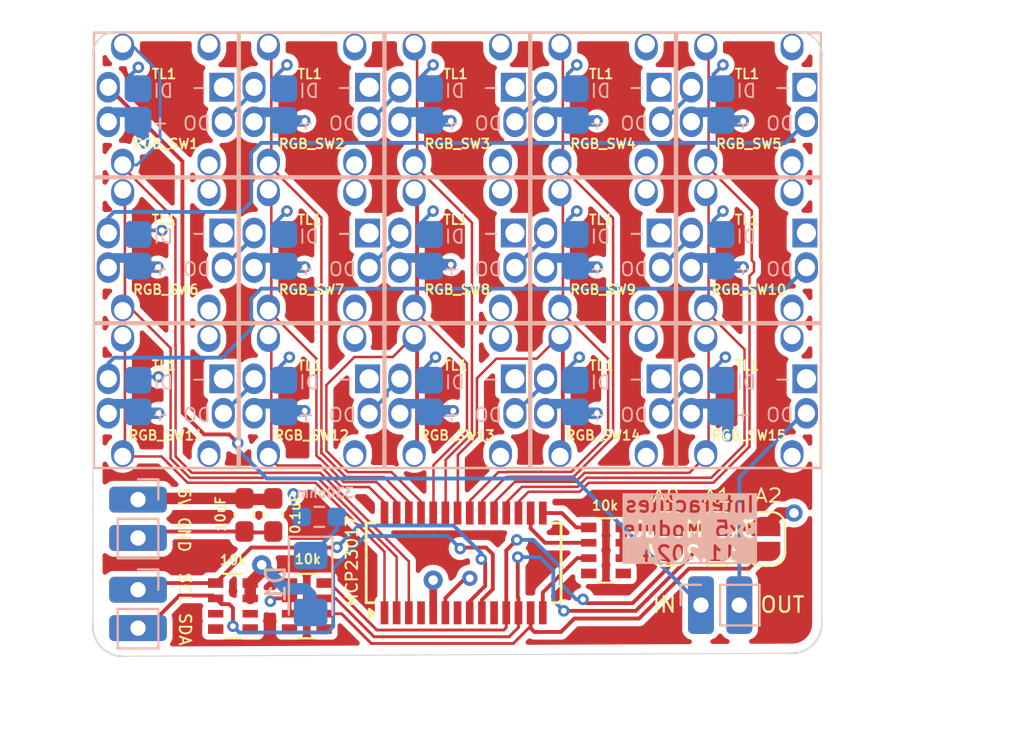
<source format=kicad_pcb>
(kicad_pcb (version 20240108) (generator "pcbnew") (generator_version "8.0")
  (layers (0 "F.Cu" signal) (1 "In1.Cu" power) (2 "In2.Cu" power) (31 "B.Cu" signal) (34 "B.Paste" user) (35 "F.Paste" user) (36 "B.SilkS" user "B.Silkscreen") (37 "F.SilkS" user "F.Silkscreen") (38 "B.Mask" user) (39 "F.Mask" user) (44 "Edge.Cuts" user))
  (net 0 "")
  (net 1 "+5V")
  (net 2 "Net-(D1-Pad1)")
  (net 3 "GND")
  (net 4 "SW2")
  (net 5 "SW5")
  (net 6 "SW8")
  (net 7 "SW10")
  (net 8 "SW9")
  (net 9 "SW15")
  (net 10 "SW12")
  (net 11 "SW11")
  (net 12 "SW1")
  (net 13 "SW6")
  (net 14 "SW4")
  (net 15 "SW3")
  (net 16 "SW14")
  (net 17 "SW13")
  (net 18 "SW7")
  (net 19 "LED_OUT")
  (net 20 "LED_IN")
  (net 21 "Net-(RGB_SW2-DIN)")
  (net 22 "Net-(RGB_SW3-DIN)")
  (net 23 "Net-(RGB_SW10-DIN)")
  (net 24 "Net-(RGB_SW4-DIN)")
  (net 25 "Net-(RGB_SW5-DIN)")
  (net 26 "Net-(RGB_SW6-DIN)")
  (net 27 "Net-(RGB_SW11-DIN)")
  (net 28 "Net-(RGB_SW8-DIN)")
  (net 29 "Net-(RGB_SW7-DIN)")
  (net 30 "Net-(RGB_SW9-DIN)")
  (net 31 "Net-(RGB_SW12-DIN)")
  (net 32 "Net-(RGB_SW13-DIN)")
  (net 33 "Net-(RGB_SW14-DIN)")
  (net 34 "Net-(RGB_SW15-DIN)")
  (net 35 "SDA")
  (net 36 "SCL")
  (net 44 "Net-(JP2-A)")
  (net 45 "Net-(JP1-A)")
  (net 46 "Net-(JP3-A)")
  (net 47 "Net-(RN2-R1.1)")
  (net 48 "Net-(RN2-R2.1)")
  (net 49 "Net-(RN2-R3.1)")
  (footprint "Resistor_SMD:R_Array_Convex_4x0603" (layer "F.Cu") (at 112.420995 86.17)
    (property "Reference" "10k")
    (property "Value" "R_Pack04")
  )
  (footprint "Package_SO:SSOP-28_3.9x9.9mm_P0.635mm" (layer "F.Cu") (at 124.448496 83.919998 90)
    (property "Reference" "U1" (hide yes))
    (property "Value" "MCP23017_ML")
  )
  (footprint "SilvansFootprintLibrary:TL1_RBG_Adressable_1_mini" (layer "F.Cu") (at 131.720995 60.02)
    (property "Reference" "RGB_SW4")
    (property "Value" "PLB_RGB_SW")
  )
  (footprint "SilvansFootprintLibrary:TL1_RBG_Adressable_1_mini" (layer "F.Cu") (at 124.120995 67.62)
    (property "Reference" "RGB_SW8")
    (property "Value" "PLB_RGB_SW")
  )
  (footprint "SilvansFootprintLibrary:TL1_RBG_Adressable_1_mini" (layer "F.Cu") (at 108.920995 67.62)
    (property "Reference" "RGB_SW6")
    (property "Value" "PLB_RGB_SW")
  )
  (footprint "Resistor_SMD:R_Array_Convex_4x0603" (layer "F.Cu") (at 116.270995 86.17)
    (property "Reference" "10k")
    (property "Value" "R_Pack04")
  )
  (footprint "SilvansFootprintLibrary:TL1_RBG_Adressable_1_mini" (layer "F.Cu") (at 139.320995 67.62)
    (property "Reference" "RGB_SW10")
    (property "Value" "PLB_RGB_SW")
  )
  (footprint "SilvansFootprintLibrary:TL1_RBG_Adressable_1_mini" (layer "F.Cu") (at 131.720995 67.62)
    (property "Reference" "RGB_SW9")
    (property "Value" "PLB_RGB_SW")
  )
  (footprint "Capacitor_SMD:C_0603_1608Metric_Pad1.08x0.95mm_HandSolder" (layer "F.Cu") (at 114.520995 81.42 -90)
    (property "Reference" "C2" (hide yes))
    (property "Value" "0.1uF")
  )
  (footprint "SilvansFootprintLibrary:TL1_RBG_Adressable_1_mini" (layer "F.Cu") (at 139.320995 60.02)
    (property "Reference" "RGB_SW5")
    (property "Value" "PLB_RGB_SW")
  )
  (footprint "SilvansFootprintLibrary:TL1_RBG_Adressable_1_mini" (layer "F.Cu") (at 131.720995 75.22)
    (property "Reference" "RGB_SW14")
    (property "Value" "PLB_RGB_SW")
  )
  (footprint "SilvansFootprintLibrary:TL1_RBG_Adressable_1_mini" (layer "F.Cu") (at 139.320995 75.22)
    (property "Reference" "RGB_SW15")
    (property "Value" "PLB_RGB_SW")
  )
  (footprint "SilvansFootprintLibrary:TL1_RBG_Adressable_1_mini" (layer "F.Cu") (at 108.920995 60.02)
    (property "Reference" "RGB_SW1")
    (property "Value" "PLB_RGB_SW")
  )
  (footprint "Jumper:SolderJumper-2_P1.3mm_Open_RoundedPad1.0x1.5mm" (layer "F.Cu") (at 140.210995 82.669999 90)
    (property "Reference" "JP3" (hide yes))
    (property "Value" "SolderJumper_2_Open")
  )
  (footprint "Jumper:SolderJumper-2_P1.3mm_Open_RoundedPad1.0x1.5mm" (layer "F.Cu") (at 135.130994 82.669996 90)
    (property "Reference" "JP1" (hide yes))
    (property "Value" "SolderJumper_2_Open")
  )
  (footprint "Capacitor_SMD:C_0603_1608Metric_Pad1.08x0.95mm_HandSolder" (layer "F.Cu") (at 113.020995 81.42 -90)
    (property "Reference" "C1" (hide yes))
    (property "Value" "10uF")
  )
  (footprint "Jumper:SolderJumper-2_P1.3mm_Open_RoundedPad1.0x1.5mm" (layer "F.Cu") (at 137.670995 82.67 90)
    (property "Reference" "JP2" (hide yes))
    (property "Value" "SolderJumper_2_Open")
  )
  (footprint "SilvansFootprintLibrary:TL1_RBG_Adressable_1_mini" (layer "F.Cu") (at 124.120995 75.22)
    (property "Reference" "RGB_SW13")
    (property "Value" "PLB_RGB_SW")
  )
  (footprint "SilvansFootprintLibrary:TL1_RBG_Adressable_1_mini" (layer "F.Cu") (at 116.520995 60.02)
    (property "Reference" "RGB_SW2")
    (property "Value" "PLB_RGB_SW")
  )
  (footprint "Resistor_SMD:R_Array_Convex_4x0603" (layer "F.Cu") (at 131.870995 83.27)
    (property "Reference" "RN2" (hide yes))
    (property "Value" "R_Pack04")
  )
  (footprint "SilvansFootprintLibrary:TL1_RBG_Adressable_1_mini" (layer "F.Cu") (at 116.520995 67.62)
    (property "Reference" "RGB_SW7")
    (property "Value" "PLB_RGB_SW")
  )
  (footprint "SilvansFootprintLibrary:TL1_RBG_Adressable_1_mini" (layer "F.Cu") (at 108.920995 75.22)
    (property "Reference" "RGB_SW11")
    (property "Value" "PLB_RGB_SW")
  )
  (footprint "SilvansFootprintLibrary:TL1_RBG_Adressable_1_mini" (layer "F.Cu") (at 124.120995 60.02)
    (property "Reference" "RGB_SW3")
    (property "Value" "PLB_RGB_SW")
  )
  (footprint "SilvansFootprintLibrary:TL1_RBG_Adressable_1_mini" (layer "F.Cu") (at 116.520995 75.22)
    (property "Reference" "RGB_SW12")
    (property "Value" "PLB_RGB_SW")
  )
  (footprint "Connector_PinHeader_2.00mm:PinHeader_1x02_P2.00mm_Vertical" (layer "B.Cu") (at 107.470995 80.62 180)
    (property "Reference" "J1" (hide yes))
    (property "Value" "PINHD_1x2_Male")
  )
  (footprint "Connector_PinHeader_2.00mm:PinHeader_1x02_P2.00mm_Vertical" (layer "B.Cu") (at 136.820995 86.12 -90)
    (property "Reference" "J4" (hide yes))
    (property "Value" "PINHD_1x2_Female")
  )
  (footprint "Connector_PinHeader_2.00mm:PinHeader_1x02_P2.00mm_Vertical" (layer "B.Cu") (at 107.470995 85.32 180)
    (property "Reference" "J2" (hide yes))
    (property "Value" "PINHD_1x2_Female")
  )
  (footprint "LED_SMD:LED_1206_3216Metric_Pad1.42x1.75mm_HandSolder" (layer "B.Cu") (at 116.470995 85.02 -90)
    (property "Reference" "D1")
    (property "Value" "LED")
  )
  (footprint "Resistor_SMD:R_0603_1608Metric_Pad0.98x0.95mm_HandSolder" (layer "B.Cu") (at 116.920995 81.52 180)
    (property "Reference" "R1" (hide yes))
    (property "Value" "330ohm")
  )
  (gr_line (start 105.120995 57.42) (end 105.120995 87.183342) (stroke (width 0.05)) (layer "Edge.Cuts"))
  (gr_arc (start 141.870997 56.22) (mid 142.784434 56.6091) (end 143.136715 57.537359) (stroke (width 0.1)) (layer "Edge.Cuts"))
  (gr_line (start 106.319523 56.218528) (end 141.870997 56.22) (stroke (width 0.05)) (layer "Edge.Cuts"))
  (gr_arc (start 143.120995 87.069999) (mid 142.653311 88.193585) (end 141.516655 88.62854) (stroke (width 0.1)) (layer "Edge.Cuts"))
  (gr_line (start 106.679535 88.787684) (end 141.516655 88.62854) (stroke (width 0.05)) (layer "Edge.Cuts"))
  (gr_line (start 143.136715 57.537359) (end 143.120995 87.069999) (stroke (width 0.05)) (layer "Edge.Cuts"))
  (gr_arc (start 105.119523 57.418528) (mid 105.470995 56.57) (end 106.319523 56.218528) (stroke (width 0.1)) (layer "Edge.Cuts"))
  (gr_arc (start 106.679535 88.787684) (mid 105.555947 88.32) (end 105.120995 87.183342) (stroke (width 0.1)) (layer "Edge.Cuts"))
  (gr_text "-" (at 118.770995 67.12 0) (layer "B.SilkS") (effects (font (size 0.7 0.7) (thickness 0.1)) (justify left bottom mirror)))
  (gr_text "Interactiles\n3x5 Module\n11.2024" (at 136.220995 83.92 0) (layer "B.SilkS" knockout) (effects (font (size 0.8 0.8) (thickness 0.14) (bold yes)) (justify bottom mirror)))
  (gr_text "-" (at 126.370995 67.12 0) (layer "B.SilkS") (effects (font (size 0.7 0.7) (thickness 0.1)) (justify left bottom mirror)))
  (gr_text "-" (at 126.370995 59.52 0) (layer "B.SilkS") (effects (font (size 0.7 0.7) (thickness 0.1)) (justify left bottom mirror)))
  (gr_text "-" (at 133.970995 59.52 0) (layer "B.SilkS") (effects (font (size 0.7 0.7) (thickness 0.1)) (justify left bottom mirror)))
  (gr_text "-" (at 118.770995 59.52 0) (layer "B.SilkS") (effects (font (size 0.7 0.7) (thickness 0.1)) (justify left bottom mirror)))
  (gr_text "-" (at 133.970995 67.12 0) (layer "B.SilkS") (effects (font (size 0.7 0.7) (thickness 0.1)) (justify left bottom mirror)))
  (gr_text "-" (at 141.570995 59.52 0) (layer "B.SilkS") (effects (font (size 0.7 0.7) (thickness 0.1)) (justify left bottom mirror)))
  (gr_text "MCP23017" (at 118.970995 86.27 90) (layer "F.SilkS") (effects (font (size 0.6 0.6) (thickness 0.1)) (justify left bottom)))
  (gr_text "SCL SDA" (at 109.570995 86.32 270) (layer "F.SilkS") (effects (font (size 0.6 0.6) (thickness 0.1)) (justify bottom)))
  (gr_text "OUT" (at 141.070995 86.57 0) (layer "F.SilkS") (effects (font (size 0.8 0.8) (thickness 0.12)) (justify bottom)))
  (gr_text "A0  A1  A2" (at 134.220995 80.82 0) (layer "F.SilkS") (effects (font (size 0.7 0.8) (thickness 0.1)) (justify left bottom)))
  (gr_text "IN" (at 134.920995 86.57 0) (layer "F.SilkS") (effects (font (size 0.8 0.8) (thickness 0.12)) (justify bottom)))
  (gr_text "5V GND" (at 109.520995 79.92 270) (layer "F.SilkS") (effects (font (size 0.6 0.6) (thickness 0.1)) (justify left bottom)))
  (gr_text "10k" (at 131.820995 81.22 0) (layer "F.SilkS") (effects (font (size 0.5 0.5) (thickness 0.1)) (justify bottom)))
  (segment (start 141.670995 81.32) (end 140.910994 81.32) (width 0.6) (layer "F.Cu") (net 1))
  (segment (start 140.160994 82.07) (end 140.210995 82.019999) (width 0.6) (layer "F.Cu") (net 1))
  (segment (start 113.920995 84.02) (end 113.920995 84.37) (width 0.6) (layer "F.Cu") (net 1))
  (segment (start 113.320995 85.77) (end 113.320995 84.97) (width 0.6) (layer "F.Cu") (net 1))
  (segment (start 140.910994 81.32) (end 140.210995 82.019999) (width 0.6) (layer "F.Cu") (net 1))
  (segment (start 113.920995 84.37) (end 113.320995 84.97) (width 0.6) (layer "F.Cu") (net 1))
  (segment (start 132.770995 82.07) (end 140.160994 82.07) (width 0.4) (layer "F.Cu") (net 1))
  (segment (start 132.770995 82.07) (end 132.770995 83.67) (width 0.4) (layer "F.Cu") (net 1))
  (segment (start 112.720995 80.5575) (end 107.533495 80.5575) (width 0.6) (layer "F.Cu") (net 1))
  (segment (start 122.860996 84.82) (end 122.860996 86.519998) (width 0.4) (layer "F.Cu") (net 1))
  (segment (start 113.020995 80.6075) (end 114.520995 80.6075) (width 0.6) (layer "F.Cu") (net 1))
  (segment (start 107.533495 80.5575) (end 107.470995 80.62) (width 0.6) (layer "F.Cu") (net 1))
  (via (at 107.743995 62.019) (size 0.6) (drill 0.3) (layers "F.Cu" "B.Cu") (net 1))
  (via (at 116.161586 75.989) (size 0.6) (drill 0.3) (layers "F.Cu" "B.Cu") (net 1))
  (via (at 113.920995 84.02) (size 1) (drill 0.5) (layers "F.Cu" "B.Cu") (net 1))
  (via (at 131.401586 60.876) (size 0.6) (drill 0.3) (layers "F.Cu" "B.Cu") (net 1))
  (via (at 123.908586 75.989) (size 0.6) (drill 0.3) (layers "F.Cu" "B.Cu") (net 1))
  (via (at 141.670995 81.32) (size 0.9) (drill 0.5) (layers "F.Cu" "B.Cu") (net 1))
  (via (at 108.505995 68.496) (size 0.6) (drill 0.3) (layers "F.Cu" "B.Cu") (net 1))
  (via (at 131.401586 76.116) (size 0.6) (drill 0.3) (layers "F.Cu" "B.Cu") (net 1))
  (via (at 108.541586 76.116) (size 0.6) (drill 0.3) (layers "F.Cu" "B.Cu") (net 1))
  (via (at 131.401586 68.496) (size 0.6) (drill 0.3) (layers "F.Cu" "B.Cu") (net 1))
  (via (at 116.161586 68.496) (size 0.6) (drill 0.3) (layers "F.Cu" "B.Cu") (net 1))
  (via (at 123.781586 60.876) (size 0.6) (drill 0.3) (layers "F.Cu" "B.Cu") (net 1))
  (via (at 116.161586 60.876) (size 0.6) (drill 0.3) (layers "F.Cu" "B.Cu") (net 1))
  (via (at 123.781586 68.369) (size 0.6) (drill 0.3) (layers "F.Cu" "B.Cu") (net 1))
  (via (at 138.223994 77.294591) (size 0.6) (drill 0.3) (layers "F.Cu" "B.Cu") (net 1))
  (via (at 122.860996 84.82) (size 1) (drill 0.5) (layers "F.Cu" "B.Cu") (net 1))
  (via (at 139.021586 68.496) (size 0.6) (drill 0.3) (layers "F.Cu" "B.Cu") (net 1))
  (via (at 139.021586 60.876) (size 0.6) (drill 0.3) (layers "F.Cu" "B.Cu") (net 1))
  (segment (start 131.401586 76.116) (end 130.568403 76.116) (width 0.6) (layer "B.Cu") (net 1))
  (segment (start 116.170995 85.27) (end 115.170995 85.27) (width 0.6) (layer "B.Cu") (net 1))
  (segment (start 107.743995 62.019) (end 107.743995 61.643) (width 0.6) (layer "B.Cu") (net 1))
  (segment (start 139.021586 60.876) (end 138.188403 60.876) (width 0.6) (layer "B.Cu") (net 1))
  (segment (start 116.161586 60.876) (end 115.328403 60.876) (width 0.6) (layer "B.Cu") (net 1))
  (segment (start 108.505995 68.496) (end 107.672812 68.496) (width 0.6) (layer "B.Cu") (net 1))
  (segment (start 107.743995 61.643) (end 107.070995 60.97) (width 0.6) (layer "B.Cu") (net 1))
  (segment (start 123.781586 68.369) (end 122.948403 68.369) (width 0.6) (layer "B.Cu") (net 1))
  (segment (start 131.401586 68.496) (end 130.568403 68.496) (width 0.6) (layer "B.Cu") (net 1))
  (segment (start 108.541586 76.116) (end 107.708403 76.116) (width 0.6) (layer "B.Cu") (net 1))
  (segment (start 115.170995 85.27) (end 113.920995 84.02) (width 0.6) (layer "B.Cu") (net 1))
  (segment (start 107.672812 68.496) (end 107.598812 68.57) (width 0.6) (layer "B.Cu") (net 1))
  (segment (start 123.781586 60.876) (end 122.948403 60.876) (width 0.6) (layer "B.Cu") (net 1))
  (segment (start 116.470994 85.569999) (end 116.170995 85.27) (width 0.6) (layer "B.Cu") (net 1))
  (segment (start 116.161586 68.496) (end 115.328403 68.496) (width 0.6) (layer "B.Cu") (net 1))
  (segment (start 123.908586 75.989) (end 123.075403 75.989) (width 0.6) (layer "B.Cu") (net 1))
  (segment (start 116.161586 75.989) (end 115.328403 75.989) (width 0.6) (layer "B.Cu") (net 1))
  (segment (start 139.021586 68.496) (end 138.188403 68.496) (width 0.6) (layer "B.Cu") (net 1))
  (segment (start 122.982995 68.57) (end 122.270995 68.57) (width 0.6) (layer "B.Cu") (net 1))
  (segment (start 137.570995 68.57) (end 137.470995 68.57) (width 0.6) (layer "B.Cu") (net 1))
  (segment (start 108.597995 80.62) (end 107.470995 80.62) (width 0.6) (layer "B.Cu") (net 1))
  (segment (start 137.570995 76.17) (end 137.470995 76.17) (width 0.6) (layer "B.Cu") (net 1))
  (segment (start 107.534997 80.684002) (end 107.470995 80.62) (width 0.6) (layer "B.Cu") (net 1))
  (segment (start 116.470994 86.5075) (end 116.470994 85.569999) (width 0.6) (layer "B.Cu") (net 1))
  (segment (start 131.401586 60.876) (end 130.568403 60.876) (width 0.6) (layer "B.Cu") (net 1))
  (segment (start 138.223994 77.294591) (end 138.223995 76.461408) (width 0.6) (layer "B.Cu") (net 1))
  (segment (start 117.833495 82.170001) (end 116.470996 83.5325) (width 0.2) (layer "B.Cu") (net 2))
  (segment (start 117.833495 81.52) (end 117.833495 82.170001) (width 0.2) (layer "B.Cu") (net 2))
  (segment (start 124.530994 84.72) (end 123.495997 85.754997) (width 0.2) (layer "F.Cu") (net 3))
  (segment (start 114.520995 82.3325) (end 113.020995 82.3325) (width 0.2) (layer "F.Cu") (net 3))
  (segment (start 115.370994 84.969999) (end 115.370995 86.569999) (width 0.2) (layer "F.Cu") (net 3))
  (segment (start 115.370992 85.769999) (end 114.520996 85.769999) (width 0.2) (layer "F.Cu") (net 3))
  (segment (start 114.520996 85.769999) (end 114.370995 85.92) (width 0.2) (layer "F.Cu") (net 3))
  (segment (start 123.495997 85.754997) (end 123.495997 86.520002) (width 0.2) (layer "F.Cu") (net 3))
  (segment (start 124.770995 84.72) (end 124.530994 84.72) (width 0.2) (layer "F.Cu") (net 3))
  (segment (start 112.720995 82.2825) (end 107.808495 82.2825) (width 0.2) (layer "F.Cu") (net 3))
  (segment (start 107.808495 82.2825) (end 107.470995 82.62) (width 0.2) (layer "F.Cu") (net 3))
  (via (at 138.096995 73.195) (size 0.6) (drill 0.3) (layers "F.Cu" "B.Cu") (net 3))
  (via (at 115.236995 65.575) (size 0.6) (drill 0.3) (layers "F.Cu" "B.Cu") (net 3))
  (via (at 115.236995 57.955) (size 0.6) (drill 0.3) (layers "F.Cu" "B.Cu") (net 3))
  (via (at 130.476995 73.195) (size 0.6) (drill 0.3) (layers "F.Cu" "B.Cu") (net 3))
  (via (at 107.489995 58.082) (size 0.6) (drill 0.3) (layers "F.Cu" "B.Cu") (net 3))
  (via (at 122.856995 57.955) (size 0.6) (drill 0.3) (layers "F.Cu" "B.Cu") (net 3))
  (via (at 130.349995 65.575) (size 0.6) (drill 0.3) (layers "F.Cu" "B.Cu") (net 3))
  (via (at 124.770995 84.72) (size 0.8) (drill 0.4) (layers "F.Cu" "B.Cu") (net 3))
  (via (at 122.983995 73.195) (size 0.6) (drill 0.3) (layers "F.Cu" "B.Cu") (net 3))
  (via (at 115.570995 80.32) (size 0.6) (drill 0.3) (layers "F.Cu" "B.Cu") (net 3))
  (via (at 130.349995 57.955) (size 0.6) (drill 0.3) (layers "F.Cu" "B.Cu") (net 3))
  (via (at 108.70976 66.581235) (size 0.6) (drill 0.3) (layers "F.Cu" "B.Cu") (net 3))
  (via (at 137.969995 65.575) (size 0.6) (drill 0.3) (layers "F.Cu" "B.Cu") (net 3))
  (via (at 114.370995 85.92) (size 0.6) (drill 0.3) (layers "F.Cu" "B.Cu") (net 3))
  (via (at 108.540995 74.22) (size 0.6) (drill 0.3) (layers "F.Cu" "B.Cu") (net 3))
  (via (at 122.856995 65.575) (size 0.6) (drill 0.3) (layers "F.Cu" "B.Cu") (net 3))
  (via (at 115.363995 73.195) (size 0.6) (drill 0.3) (layers "F.Cu" "B.Cu") (net 3))
  (via (at 137.969995 57.955) (size 0.6) (drill 0.3) (layers "F.Cu" "B.Cu") (net 3))
  (segment (start 107.220995 74.22) (end 107.070995 74.37) (width 0.2) (layer "B.Cu") (net 3))
  (segment (start 137.470995 58.454) (end 137.969995 57.955) (width 0.2) (layer "B.Cu") (net 3))
  (segment (start 107.489995 58.082) (end 107.070995 58.501) (width 0.2) (layer "B.Cu") (net 3))
  (segment (start 129.870995 58.434) (end 130.349995 57.955) (width 0.2) (layer "B.Cu") (net 3))
  (segment (start 129.870995 66.054) (end 130.349995 65.575) (width 0.2) (layer "B.Cu") (net 3))
  (segment (start 115.570995 81.0825) (end 116.008495 81.52) (width 0.2) (layer "B.Cu") (net 3))
  (segment (start 137.470995 73.821) (end 138.096995 73.195) (width 0.2) (layer "B.Cu") (net 3))
  (segment (start 137.470995 66.77) (end 137.470995 66.074) (width 0.2) (layer "B.Cu") (net 3))
  (segment (start 122.270995 74.37) (end 122.270995 73.908) (width 0.2) (layer "B.Cu") (net 3))
  (segment (start 122.270995 59.17) (end 122.270995 58.541) (width 0.2) (layer "B.Cu") (net 3))
  (segment (start 122.270995 66.161) (end 122.856995 65.575) (width 0.2) (layer "B.Cu") (net 3))
  (segment (start 115.570995 80.32) (end 115.570995 81.0825) (width 0.2) (layer "B.Cu") (net 3))
  (segment (start 129.870995 59.17) (end 129.870995 58.434) (width 0.2) (layer "B.Cu") (net 3))
  (segment (start 114.670995 66.77) (end 114.670995 66.141) (width 0.2) (layer "B.Cu") (net 3))
  (segment (start 107.070995 58.501) (end 107.070995 59.17) (width 0.2) (layer "B.Cu") (net 3))
  (segment (start 137.470995 59.17) (end 137.470995 58.454) (width 0.2) (layer "B.Cu") (net 3))
  (segment (start 137.470995 66.074) (end 137.969995 65.575) (width 0.2) (layer "B.Cu") (net 3))
  (segment (start 108.540995 74.22) (end 107.220995 74.22) (width 0.2) (layer "B.Cu") (net 3))
  (segment (start 108.70976 66.581235) (end 107.25976 66.581235) (width 0.2) (layer "B.Cu") (net 3))
  (segment (start 129.870995 74.37) (end 129.870995 73.801) (width 0.2) (layer "B.Cu") (net 3))
  (segment (start 137.470995 74.37) (end 137.470995 73.821) (width 0.2) (layer "B.Cu") (net 3))
  (segment (start 122.270995 58.541) (end 122.856995 57.955) (width 0.2) (layer "B.Cu") (net 3))
  (segment (start 114.670995 66.141) (end 115.236995 65.575) (width 0.2) (layer "B.Cu") (net 3))
  (segment (start 122.270995 73.908) (end 122.983995 73.195) (width 0.2) (layer "B.Cu") (net 3))
  (segment (start 129.870995 73.801) (end 130.476995 73.195) (width 0.2) (layer "B.Cu") (net 3))
  (segment (start 122.270995 66.77) (end 122.270995 66.161) (width 0.2) (layer "B.Cu") (net 3))
  (segment (start 114.670995 58.521) (end 115.236995 57.955) (width 0.2) (layer "B.Cu") (net 3))
  (segment (start 129.870995 66.77) (end 129.870995 66.054) (width 0.2) (layer "B.Cu") (net 3))
  (segment (start 107.25976 66.581235) (end 107.070995 66.77) (width 0.2) (layer "B.Cu") (net 3))
  (segment (start 114.670995 59.17) (end 114.670995 58.521) (width 0.2) (layer "B.Cu") (net 3))
  (segment (start 114.670995 74.37) (end 114.670995 73.888) (width 0.2) (layer "B.Cu") (net 3))
  (segment (start 114.670995 73.888) (end 115.363995 73.195) (width 0.2) (layer "B.Cu") (net 3))
  (segment (start 117.030995 65.93) (end 114.270995 63.17) (width 0.13) (layer "F.Cu") (net 4))
  (segment (start 117.030995 78.21) (end 117.030995 77.97) (width 0.13) (layer "F.Cu") (net 4))
  (segment (start 118.297681 79.445) (end 117.06268 78.209999) (width 0.13) (layer "F.Cu") (net 4))
  (segment (start 121.590994 80.739999) (end 120.295995 79.445) (width 0.13) (layer "F.Cu") (net 4))
  (segment (start 117.030995 77.97) (end 117.030995 65.93) (width 0.13) (layer "F.Cu") (net 4))
  (segment (start 117.030995 78.209999) (end 117.030995 77.97) (width 0.13) (layer "F.Cu") (net 4))
  (segment (start 114.270995 63.17) (end 114.420995 63.02) (width 0.2) (layer "F.Cu") (net 4))
  (segment (start 114.420995 63.02) (end 114.420995 57.02) (width 0.13) (layer "F.Cu") (net 4))
  (segment (start 120.295995 79.445) (end 118.297681 79.445) (width 0.13) (layer "F.Cu") (net 4))
  (segment (start 117.06268 78.209999) (end 117.030995 78.209999) (width 0.13) (layer "F.Cu") (net 4))
  (segment (start 121.590994 81.319997) (end 121.590994 80.739999) (width 0.13) (layer "F.Cu") (net 4))
  (segment (start 114.420995 57.02) (end 114.270995 56.87) (width 0.2) (layer "F.Cu") (net 4))
  (segment (start 137.468691 79.74) (end 139.353996 77.854695) (width 0.13) (layer "F.Cu") (net 5))
  (segment (start 137.220995 63.02) (end 137.220995 57.02) (width 0.13) (layer "F.Cu") (net 5))
  (segment (start 139.470995 65.57) (end 137.070995 63.17) (width 0.13) (layer "F.Cu") (net 5))
  (segment (start 139.586586 68.261969) (end 139.470995 68.146378) (width 0.13) (layer "F.Cu") (net 5))
  (segment (start 137.070995 63.17) (end 137.220995 63.02) (width 0.13) (layer "F.Cu") (net 5))
  (segment (start 130.501779 80.21) (end 130.971779 79.74) (width 0.13) (layer "F.Cu") (net 5))
  (segment (start 139.353995 68.962622) (end 139.586586 68.730031) (width 0.13) (layer "F.Cu") (net 5))
  (segment (start 127.305998 81.319997) (end 127.305998 80.984997) (width 0.13) (layer "F.Cu") (net 5))
  (segment (start 130.971779 79.74) (end 137.468691 79.74) (width 0.13) (layer "F.Cu") (net 5))
  (segment (start 127.830995 80.21) (end 130.501779 80.21) (width 0.13) (layer "F.Cu") (net 5))
  (segment (start 137.220995 57.02) (end 137.070995 56.87) (width 0.13) (layer "F.Cu") (net 5))
  (segment (start 139.586586 68.730031) (end 139.586586 68.261969) (width 0.13) (layer "F.Cu") (net 5))
  (segment (start 127.313496 80.962501) (end 127.313496 80.727499) (width 0.13) (layer "F.Cu") (net 5))
  (segment (start 127.320995 80.97) (end 127.313496 80.962501) (width 0.13) (layer "F.Cu") (net 5))
  (segment (start 127.313496 80.727499) (end 127.830995 80.21) (width 0.13) (layer "F.Cu") (net 5))
  (segment (start 127.305998 80.984997) (end 127.320995 80.97) (width 0.13) (layer "F.Cu") (net 5))
  (segment (start 139.353996 77.854695) (end 139.353995 68.962622) (width 0.13) (layer "F.Cu") (net 5))
  (segment (start 139.470995 68.146378) (end 139.470995 65.57) (width 0.13) (layer "F.Cu") (net 5))
  (segment (start 122.020995 70.62) (end 122.020995 64.62) (width 0.2) (layer "F.Cu") (net 6))
  (segment (start 122.020995 64.62) (end 121.870995 64.47) (width 0.2) (layer "F.Cu") (net 6))
  (segment (start 121.870995 70.77) (end 122.020995 70.62) (width 0.2) (layer "F.Cu") (net 6))
  (segment (start 124.620995 77.07) (end 122.875993 78.815002) (width 0.13) (layer "F.Cu") (net 6))
  (segment (start 124.620995 73.52) (end 121.870995 70.77) (width 0.13) (layer "F.Cu") (net 6))
  (segment (start 124.620995 77.07) (end 124.620995 73.52) (width 0.13) (layer "F.Cu") (net 6))
  (segment (start 122.875993 78.815002) (end 122.875993 81.220001) (width 0.13) (layer "F.Cu") (net 6))
  (segment (start 137.070995 70.77) (end 139.093995 72.793) (width 0.13) (layer "F.Cu") (net 7))
  (segment (start 127.490995 79.95) (end 126.670997 80.769998) (width 0.13) (layer "F.Cu") (net 7))
  (segment (start 137.360995 79.48) (end 130.864083 79.48) (width 0.13) (layer "F.Cu") (net 7))
  (segment (start 137.070995 70.77) (end 137.220995 70.62) (width 0.13) (layer "F.Cu") (net 7))
  (segment (start 126.670997 80.769998) (end 126.670997 81.32) (width 0.13) (layer "F.Cu") (net 7))
  (segment (start 139.093995 77.747) (end 137.360995 79.48) (width 0.13) (layer "F.Cu") (net 7))
  (segment (start 139.093995 72.793) (end 139.093995 77.747) (width 0.13) (layer "F.Cu") (net 7))
  (segment (start 130.864083 79.48) (end 130.394083 79.95) (width 0.13) (layer "F.Cu") (net 7))
  (segment (start 137.220995 64.62) (end 137.070995 64.47) (width 0.13) (layer "F.Cu") (net 7))
  (segment (start 130.394083 79.95) (end 127.490995 79.95) (width 0.13) (layer "F.Cu") (net 7))
  (segment (start 137.220995 70.62) (end 137.220995 64.62) (width 0.13) (layer "F.Cu") (net 7))
  (segment (start 131.981995 77.259) (end 130.070995 79.17) (width 0.13) (layer "F.Cu") (net 8))
  (segment (start 124.780993 81.305001) (end 124.765996 81.319998) (width 0.13) (layer "F.Cu") (net 8))
  (segment (start 124.780993 80.664996) (end 124.780993 81.305001) (width 0.13) (layer "F.Cu") (net 8))
  (segment (start 126.736613 79.185) (end 126.260989 79.185) (width 0.13) (layer "F.Cu") (net 8))
  (segment (start 129.470995 70.77) (end 131.981995 73.281) (width 0.13) (layer "F.Cu") (net 8))
  (segment (start 129.620995 64.62) (end 129.470995 64.47) (width 0.2) (layer "F.Cu") (net 8))
  (segment (start 130.070995 79.17) (end 126.751613 79.17) (width 0.13) (layer "F.Cu") (net 8))
  (segment (start 126.751613 79.17) (end 126.736613 79.185) (width 0.13) (layer "F.Cu") (net 8))
  (segment (start 129.620995 70.62) (end 129.620995 64.62) (width 0.13) (layer "F.Cu") (net 8))
  (segment (start 126.260989 79.185) (end 124.780993 80.664996) (width 0.13) (layer "F.Cu") (net 8))
  (segment (start 129.470995 70.77) (end 129.620995 70.62) (width 0.2) (layer "F.Cu") (net 8))
  (segment (start 131.981995 73.281) (end 131.981995 77.259) (width 0.13) (layer "F.Cu") (net 8))
  (segment (start 127.118301 79.69) (end 126.050993 80.757308) (width 0.13) (layer "F.Cu") (net 9))
  (segment (start 137.070995 78.37) (end 137.220995 78.22) (width 0.13) (layer "F.Cu") (net 9))
  (segment (start 137.220995 72.22) (end 137.070995 72.07) (width 0.13) (layer "F.Cu") (net 9))
  (segment (start 130.756387 79.22) (end 130.286386 79.690001) (width 0.13) (layer "F.Cu") (net 9))
  (segment (start 137.070995 78.37) (end 136.220995 79.22) (width 0.13) (layer "F.Cu") (net 9))
  (segment (start 137.220995 78.22) (end 137.220995 72.22) (width 0.13) (layer "F.Cu") (net 9))
  (segment (start 130.286386 79.690001) (end 127.118301 79.69) (width 0.13) (layer "F.Cu") (net 9))
  (segment (start 136.220995 79.22) (end 130.756387 79.22) (width 0.13) (layer "F.Cu") (net 9))
  (segment (start 116.957289 78.84) (end 114.740995 78.84) (width 0.13) (layer "F.Cu") (net 10))
  (segment (start 120.320994 81.319996) (end 120.320994 80.769999) (width 0.13) (layer "F.Cu") (net 10))
  (segment (start 118.082289 79.965) (end 116.957289 78.84) (width 0.13) (layer "F.Cu") (net 10))
  (segment (start 114.270995 78.37) (end 114.420995 78.22) (width 0.13) (layer "F.Cu") (net 10))
  (segment (start 120.320994 80.769999) (end 119.515995 79.965) (width 0.13) (layer "F.Cu") (net 10))
  (segment (start 114.420995 78.22) (end 114.420995 72.22) (width 0.13) (layer "F.Cu") (net 10))
  (segment (start 119.515995 79.965) (end 118.082289 79.965) (width 0.13) (layer "F.Cu") (net 10))
  (segment (start 114.420995 72.22) (end 114.270995 72.07) (width 0.13) (layer "F.Cu") (net 10))
  (segment (start 114.740995 78.84) (end 114.270995 78.37) (width 0.13) (layer "F.Cu") (net 10))
  (segment (start 109.055995 78.735) (end 108.690995 78.37) (width 0.13) (layer "F.Cu") (net 11))
  (segment (start 110.059299 79.74) (end 109.055995 78.736696) (width 0.13) (layer "F.Cu") (net 11))
  (segment (start 120.320994 86.519999) (end 120.320994 83.337695) (width 0.13) (layer "F.Cu") (net 11))
  (segment (start 108.690995 78.37) (end 106.670995 78.37) (width 0.13) (layer "F.Cu") (net 11))
  (segment (start 116.723299 79.74) (end 110.059299 79.74) (width 0.13) (layer "F.Cu") (net 11))
  (segment (start 106.785995 72.185) (end 106.785995 78.255) (width 0.13) (layer "F.Cu") (net 11))
  (segment (start 109.055995 78.736696) (end 109.055995 78.735) (width 0.13) (layer "F.Cu") (net 11))
  (segment (start 106.785995 78.255) (end 106.670995 78.37) (width 0.13) (layer "F.Cu") (net 11))
  (segment (start 120.320994 83.337695) (end 116.723299 79.74) (width 0.13) (layer "F.Cu") (net 11))
  (segment (start 106.670995 72.07) (end 106.785995 72.185) (width 0.13) (layer "F.Cu") (net 11))
  (segment (start 117.974594 80.225001) (end 117.975996 80.225001) (width 0.13) (layer "F.Cu") (net 12))
  (segment (start 109.430995 78.374608) (end 109.575996 78.519609) (width 0.13) (layer "F.Cu") (net 12))
  (segment (start 110.274691 79.22) (end 116.969593 79.22) (width 0.13) (layer "F.Cu") (net 12))
  (segment (start 109.575996 78.519609) (end 109.575996 78.521305) (width 0.13) (layer "F.Cu") (net 12))
  (segment (start 109.420995 66.024038) (end 109.420995 72.602304) (width 0.13) (layer "F.Cu") (net 12))
  (segment (start 106.670995 63.274038) (end 109.420995 66.024038) (width 0.13) (layer "F.Cu") (net 12))
  (segment (start 109.430995 72.612304) (end 109.430995 78.374608) (width 0.13) (layer "F.Cu") (net 12))
  (segment (start 117.975996 80.225001) (end 121.590994 83.839999) (width 0.13) (layer "F.Cu") (net 12))
  (segment (start 121.590994 83.839999) (end 121.590994 86.519999) (width 0.13) (layer "F.Cu") (net 12))
  (segment (start 109.420995 72.602304) (end 109.430995 72.612304) (width 0.13) (layer "F.Cu") (net 12))
  (segment (start 109.575996 78.521305) (end 110.274691 79.22) (width 0.13) (layer "F.Cu") (net 12))
  (segment (start 106.670995 63.269724) (end 106.670995 63.274038) (width 0.13) (layer "F.Cu") (net 12))
  (segment (start 116.969593 79.22) (end 117.974594 80.225001) (width 0.13) (layer "F.Cu") (net 12))
  (segment (start 108.620995 61.955173) (end 107.406168 63.17) (width 0.15) (layer "B.Cu") (net 12))
  (segment (start 107.406168 63.17) (end 106.670995 63.17) (width 0.15) (layer "B.Cu") (net 12))
  (segment (start 108.620995 58.399827) (end 108.620995 61.955173) (width 0.15) (layer "B.Cu") (net 12))
  (segment (start 106.670995 56.87) (end 107.091168 56.87) (width 0.15) (layer "B.Cu") (net 12))
  (segment (start 107.091168 56.87) (end 108.620995 58.399827) (width 0.15) (layer "B.Cu") (net 12))
  (segment (start 120.956 83.605005) (end 120.956 86.519999) (width 0.13) (layer "F.Cu") (net 13))
  (segment (start 110.166995 79.48) (end 116.830995 79.48) (width 0.13) (layer "F.Cu") (net 13))
  (segment (start 107.220995 70.77) (end 109.170995 72.72) (width 0.13) (layer "F.Cu") (net 13))
  (segment (start 106.785995 64.585) (end 106.785995 70.655) (width 0.13) (layer "F.Cu") (net 13))
  (segment (start 109.170995 72.72) (end 109.170995 78.482304) (width 0.13) (layer "F.Cu") (net 13))
  (segment (start 106.670995 64.47) (end 106.785995 64.585) (width 0.13) (layer "F.Cu") (net 13))
  (segment (start 109.315996 78.629001) (end 110.166995 79.48) (width 0.13) (layer "F.Cu") (net 13))
  (segment (start 109.315996 78.627305) (end 109.315996 78.629001) (width 0.13) (layer "F.Cu") (net 13))
  (segment (start 109.170995 78.482304) (end 109.315996 78.627305) (width 0.13) (layer "F.Cu") (net 13))
  (segment (start 106.670995 70.77) (end 107.220995 70.77) (width 0.13) (layer "F.Cu") (net 13))
  (segment (start 106.785995 70.655) (end 106.670995 70.77) (width 0.13) (layer "F.Cu") (net 13))
  (segment (start 116.830995 79.48) (end 120.956 83.605005) (width 0.13) (layer "F.Cu") (net 13))
  (segment (start 126.859309 79.43) (end 126.844309 79.445) (width 0.13) (layer "F.Cu") (net 14))
  (segment (start 130.178691 79.43) (end 126.859309 79.43) (width 0.13) (layer "F.Cu") (net 14))
  (segment (start 129.620995 63.02) (end 129.620995 57.02) (width 0.13) (layer "F.Cu") (net 14))
  (segment (start 125.415992 80.684997) (end 125.415992 81.304997) (width 0.13) (layer "F.Cu") (net 14))
  (segment (start 132.241995 77.366696) (end 130.178691 79.43) (width 0.13) (layer "F.Cu") (net 14))
  (segment (start 126.844309 79.445) (end 126.655989 79.445) (width 0.13) (layer "F.Cu") (net 14))
  (segment (start 126.655989 79.445) (end 125.415992 80.684997) (width 0.13) (layer "F.Cu") (net 14))
  (segment (start 129.620995 57.02) (end 129.470995 56.87) (width 0.13) (layer "F.Cu") (net 14))
  (segment (start 129.470995 63.17) (end 129.620995 63.02) (width 0.13) (layer "F.Cu") (net 14))
  (segment (start 129.470995 63.17) (end 132.241995 65.941) (width 0.13) (layer "F.Cu") (net 14))
  (segment (start 125.415992 81.304997) (end 125.400995 81.319994) (width 0.13) (layer "F.Cu") (net 14))
  (segment (start 132.241995 65.941) (end 132.241995 77.366696) (width 0.13) (layer "F.Cu") (net 14))
  (segment (start 122.020995 63.02) (end 122.020995 57.02) (width 0.13) (layer "F.Cu") (net 15))
  (segment (start 124.880995 66.18) (end 124.880995 77.177696) (width 0.13) (layer "F.Cu") (net 15))
  (segment (start 121.870995 63.17) (end 122.020995 63.02) (width 0.2) (layer "F.Cu") (net 15))
  (segment (start 123.510991 78.5477) (end 123.510991 81.220001) (width 0.13) (layer "F.Cu") (net 15))
  (segment (start 122.020995 57.02) (end 121.870995 56.87) (width 0.2) (layer "F.Cu") (net 15))
  (segment (start 121.870995 63.17) (end 124.880995 66.18) (width 0.13) (layer "F.Cu") (net 15))
  (segment (start 124.880995 77.177696) (end 123.510991 78.5477) (width 0.13) (layer "F.Cu") (net 15))
  (segment (start 128.270995 73.27) (end 129.470995 72.07) (width 0.13) (layer "F.Cu") (net 16))
  (segment (start 124.145993 78.295002) (end 124.145993 81.220001) (width 0.13) (layer "F.Cu") (net 16))
  (segment (start 126.160995 73.27) (end 128.270995 73.27) (width 0.13) (layer "F.Cu") (net 16))
  (segment (start 125.140995 74.29) (end 126.160995 73.27) (width 0.13) (layer "F.Cu") (net 16))
  (segment (start 129.620995 78.22) (end 129.620995 72.22) (width 0.2) (layer "F.Cu") (net 16))
  (segment (start 125.140995 77.3) (end 125.140995 74.29) (width 0.13) (layer "F.Cu") (net 16))
  (segment (start 125.140995 77.3) (end 124.145993 78.295002) (width 0.13) (layer "F.Cu") (net 16))
  (segment (start 129.620995 72.22) (end 129.470995 72.07) (width 0.2) (layer "F.Cu") (net 16))
  (segment (start 129.470995 78.37) (end 129.620995 78.22) (width 0.2) (layer "F.Cu") (net 16))
  (segment (start 120.685995 79.185) (end 122.240994 80.739999) (width 0.13) (layer "F.Cu") (net 17))
  (segment (start 121.870995 72.07) (end 120.755995 73.185) (width 0.13) (layer "F.Cu") (net 17))
  (segment (start 122.020995 72.22) (end 121.870995 72.07) (width 0.2) (layer "F.Cu") (net 17))
  (segment (start 117.290995 78.070618) (end 118.405377 79.185) (width 0.13) (layer "F.Cu") (net 17))
  (segment (start 118.755995 73.185) (end 117.290995 74.65) (width 0.13) (layer "F.Cu") (net 17))
  (segment (start 118.405377 79.185) (end 120.685995 79.185) (width 0.13) (layer "F.Cu") (net 17))
  (segment (start 122.020995 78.22) (end 122.020995 72.22) (width 0.2) (layer "F.Cu") (net 17))
  (segment (start 122.240994 81.304999) (end 122.225997 81.319996) (width 0.13) (layer "F.Cu") (net 17))
  (segment (start 121.870995 78.37) (end 122.020995 78.22) (width 0.2) (layer "F.Cu") (net 17))
  (segment (start 117.290995 74.65) (end 117.290995 78.070618) (width 0.13) (layer "F.Cu") (net 17))
  (segment (start 120.755995 73.185) (end 118.755995 73.185) (width 0.13) (layer "F.Cu") (net 17))
  (segment (start 122.240994 80.739999) (end 122.240994 81.304999) (width 0.13) (layer "F.Cu") (net 17))
  (segment (start 119.905995 79.705) (end 118.189985 79.705) (width 0.13) (layer "F.Cu") (net 18))
  (segment (start 114.420995 70.62) (end 114.420995 64.62) (width 0.13) (layer "F.Cu") (net 18))
  (segment (start 116.923299 78.47) (end 116.770995 78.317696) (width 0.13) (layer "F.Cu") (net 18))
  (segment (start 116.770995 73.27) (end 114.270995 70.77) (width 0.13) (layer "F.Cu") (net 18))
  (segment (start 120.955996 80.755001) (end 119.905995 79.705) (width 0.13) (layer "F.Cu") (net 18))
  (segment (start 116.770995 78.317696) (end 116.770995 73.27) (width 0.13) (layer "F.Cu") (net 18))
  (segment (start 116.954985 78.47) (end 116.923299 78.47) (width 0.13) (layer "F.Cu") (net 18))
  (segment (start 114.270995 70.77) (end 114.420995 70.62) (width 0.13) (layer "F.Cu") (net 18))
  (segment (start 120.955996 81.319996) (end 120.955996 80.755001) (width 0.13) (layer "F.Cu") (net 18))
  (segment (start 118.189985 79.705) (end 116.954985 78.47) (width 0.13) (layer "F.Cu") (net 18))
  (segment (start 114.420995 64.62) (end 114.270995 64.47) (width 0.13) (layer "F.Cu") (net 18))
  (segment (start 138.820995 79.47) (end 138.820995 86.12) (width 0.2) (layer "B.Cu") (net 19))
  (segment (start 142.170995 76.12) (end 138.820995 79.47) (width 0.2) (layer "B.Cu") (net 19))
  (segment (start 142.320995 76.12) (end 142.170995 76.12) (width 0.2) (layer "B.Cu") (net 19))
  (segment (start 110.920995 77.22) (end 109.795995 76.095) (width 0.2) (layer "F.Cu") (net 20))
  (segment (start 109.785995 72.451116) (end 109.785995 62.985) (width 0.2) (layer "F.Cu") (net 20))
  (segment (start 109.795995 72.461116) (end 109.785995 72.451116) (width 0.2) (layer "F.Cu") (net 20))
  (segment (start 112.670995 77.67) (end 112.220995 77.22) (width 0.2) (layer "F.Cu") (net 20))
  (segment (start 112.220995 77.22) (end 110.920995 77.22) (width 0.2) (layer "F.Cu") (net 20))
  (segment (start 109.785995 62.985) (end 105.920995 59.12) (width 0.2) (layer "F.Cu") (net 20))
  (segment (start 109.795995 76.095) (end 109.795995 72.461116) (width 0.2) (layer "F.Cu") (net 20))
  (via (at 112.670995 77.67) (size 0.6) (drill 0.3) (layers "F.Cu" "B.Cu") (net 20))
  (segment (start 112.670995 78.000116) (end 114.190879 79.52) (width 0.2) (layer "B.Cu") (net 20))
  (segment (start 114.190879 79.52) (end 130.220995 79.52) (width 0.2) (layer "B.Cu") (net 20))
  (segment (start 130.220995 79.52) (end 136.820995 86.12) (width 0.2) (layer "B.Cu") (net 20))
  (segment (start 112.670995 77.67) (end 112.670995 78.000116) (width 0.2) (layer "B.Cu") (net 20))
  (segment (start 113.520995 59.32) (end 113.520995 59.12) (width 0.2) (layer "B.Cu") (net 21))
  (segment (start 111.920995 60.92) (end 113.520995 59.32) (width 0.2) (layer "B.Cu") (net 21))
  (segment (start 119.520995 60.92) (end 121.120995 59.32) (width 0.2) (layer "B.Cu") (net 22))
  (segment (start 121.120995 59.32) (end 121.120995 59.12) (width 0.2) (layer "B.Cu") (net 22))
  (segment (start 134.720995 68.52) (end 136.320995 66.92) (width 0.2) (layer "B.Cu") (net 23))
  (segment (start 136.320995 66.92) (end 136.320995 66.72) (width 0.2) (layer "B.Cu") (net 23))
  (segment (start 128.720995 59.32) (end 128.720995 59.12) (width 0.2) (layer "B.Cu") (net 24))
  (segment (start 127.120995 60.92) (end 128.720995 59.32) (width 0.2) (layer "B.Cu") (net 24))
  (segment (start 136.320995 59.44) (end 136.320995 59.12) (width 0.2) (layer "B.Cu") (net 25))
  (segment (start 134.720995 60.92) (end 134.840995 60.92) (width 0.2) (layer "B.Cu") (net 25))
  (segment (start 134.840995 60.92) (end 136.320995 59.44) (width 0.2) (layer "B.Cu") (net 25))
  (segment (start 113.890879 62.02) (end 141.220995 62.02) (width 0.2) (layer "B.Cu") (net 26))
  (segment (start 106.220996 65.62) (end 112.851111 65.62) (width 0.2) (layer "B.Cu") (net 26))
  (segment (start 113.370995 65.100116) (end 113.370995 62.539884) (width 0.2) (layer "B.Cu") (net 26))
  (segment (start 113.370995 62.539884) (end 113.890879 62.02) (width 0.2) (layer "B.Cu") (net 26))
  (segment (start 105.920995 65.920001) (end 106.220996 65.62) (width 0.2) (layer "B.Cu") (net 26))
  (segment (start 112.851111 65.62) (end 113.370995 65.100116) (width 0.2) (layer "B.Cu") (net 26))
  (segment (start 105.920995 66.72) (end 105.920995 65.920001) (width 0.2) (layer "B.Cu") (net 26))
  (segment (start 141.220995 62.02) (end 142.320995 60.92) (width 0.2) (layer "B.Cu") (net 26))
  (segment (start 105.920995 74.32) (end 105.803995 74.203) (width 0.2) (layer "F.Cu") (net 27))
  (segment (start 105.920995 74.32) (end 105.920995 73.520001) (width 0.2) (layer "B.Cu") (net 27))
  (segment (start 111.870995 73.22) (end 113.370995 71.72) (width 0.2) (layer "B.Cu") (net 27))
  (segment (start 113.370995 71.72) (end 113.370995 70.139884) (width 0.2) (layer "B.Cu") (net 27))
  (segment (start 106.220996 73.22) (end 111.870995 73.22) (width 0.2) (layer "B.Cu") (net 27))
  (segment (start 113.890879 69.62) (end 141.220995 69.62) (width 0.2) (layer "B.Cu") (net 27))
  (segment (start 141.220995 69.62) (end 142.320995 68.52) (width 0.2) (layer "B.Cu") (net 27))
  (segment (start 105.920995 73.520001) (end 106.220996 73.22) (width 0.2) (layer "B.Cu") (net 27))
  (segment (start 113.370995 70.139884) (end 113.890879 69.62) (width 0.2) (layer "B.Cu") (net 27))
  (segment (start 119.520995 68.52) (end 121.120995 66.92) (width 0.2) (layer "B.Cu") (net 28))
  (segment (start 121.120995 66.92) (end 121.120995 66.72) (width 0.2) (layer "B.Cu") (net 28))
  (segment (start 111.920995 68.52) (end 113.520995 66.92) (width 0.2) (layer "B.Cu") (net 29))
  (segment (start 113.520995 66.92) (end 113.520995 66.72) (width 0.2) (layer "B.Cu") (net 29))
  (segment (start 128.720995 66.92) (end 128.720995 66.72) (width 0.2) (layer "B.Cu") (net 30))
  (segment (start 127.120995 68.52) (end 128.720995 66.92) (width 0.2) (layer "B.Cu") (net 30))
  (segment (start 111.920995 76.12) (end 113.520995 74.52) (width 0.2) (layer "B.Cu") (net 31))
  (segment (start 113.520995 74.52) (end 113.520995 74.32) (width 0.2) (layer "B.Cu") (net 31))
  (segment (start 119.520995 76.12) (end 120.443995 75.197) (width 0.2) (layer "B.Cu") (net 32))
  (segment (start 120.443995 74.997) (end 121.120995 74.32) (width 0.2) (layer "B.Cu") (net 32))
  (segment (start 120.443995 75.197) (end 120.443995 74.997) (width 0.2) (layer "B.Cu") (net 32))
  (segment (start 128.720995 74.52) (end 128.720995 74.32) (width 0.2) (layer "B.Cu") (net 33))
  (segment (start 127.120995 76.12) (end 128.720995 74.52) (width 0.2) (layer "B.Cu") (net 33))
  (segment (start 134.720995 76.12) (end 136.320995 74.52) (width 0.2) (layer "B.Cu") (net 34))
  (segment (start 136.320995 74.52) (end 136.320995 74.32) (width 0.2) (layer "B.Cu") (net 34))
  (segment (start 124.270995 83.17) (end 124.320995 83.12) (width 0.2) (layer "F.Cu") (net 35))
  (segment (start 111.370995 85.62) (end 109.630739 85.62) (width 0.2) (layer "F.Cu") (net 35))
  (segment (start 125.400998 85.855681) (end 125.400998 86.519998) (width 0.2) (layer "F.Cu") (net 35))
  (segment (start 124.320995 83.12) (end 125.619524 83.12) (width 0.2) (layer "F.Cu") (net 35))
  (segment (start 112.420993 87.22) (end 112.420993 86.269998) (width 0.2) (layer "F.Cu") (net 35))
  (segment (start 125.970995 85.285684) (end 125.400998 85.855681) (width 0.2) (layer "F.Cu") (net 35))
  (segment (start 111.820995 86.07) (end 111.370995 85.62) (width 0.2) (layer "F.Cu") (net 35))
  (segment (start 109.630739 85.62) (end 107.930739 87.32) (width 0.2) (layer "F.Cu") (net 35))
  (segment (start 112.420993 86.269998) (end 112.220995 86.07) (width 0.2) (layer "F.Cu") (net 35))
  (segment (start 125.619524 83.12) (end 125.970995 83.471471) (width 0.2) (layer "F.Cu") (net 35))
  (segment (start 125.970995 83.471471) (end 125.970995 85.285684) (width 0.2) (layer "F.Cu") (net 35))
  (segment (start 107.930739 87.32) (end 107.470995 87.32) (width 0.2) (layer "F.Cu") (net 35))
  (segment (start 112.220995 86.07) (end 111.820995 86.07) (width 0.2) (layer "F.Cu") (net 35))
  (via (at 124.270995 83.17) (size 0.6) (drill 0.3) (layers "F.Cu" "B.Cu") (net 35))
  (via (at 112.420993 87.22) (size 0.6) (drill 0.3) (layers "F.Cu" "B.Cu") (net 35))
  (segment (start 119.322466 82.52) (end 117.645993 84.196473) (width 0.2) (layer "B.Cu") (net 35))
  (segment (start 123.620995 82.52) (end 119.322466 82.52) (width 0.2) (layer "B.Cu") (net 35))
  (segment (start 117.330739 87.545) (end 112.745993 87.545) (width 0.2) (layer "B.Cu") (net 35))
  (segment (start 124.270995 83.17) (end 123.620995 82.52) (width 0.2) (layer "B.Cu") (net 35))
  (segment (start 112.745993 87.545) (end 112.420993 87.22) (width 0.2) (layer "B.Cu") (net 35))
  (segment (start 117.645993 87.229746) (end 117.330739 87.545) (width 0.2) (layer "B.Cu") (net 35))
  (segment (start 117.645993 84.196473) (end 117.645993 87.229746) (width 0.2) (layer "B.Cu") (net 35))
  (segment (start 111.520995 84.97) (end 107.820995 84.97) (width 0.2) (layer "F.Cu") (net 36))
  (segment (start 124.765996 85.924997) (end 124.765996 86.519998) (width 0.2) (layer "F.Cu") (net 36))
  (segment (start 125.570995 83.92) (end 125.570995 85.119998) (width 0.2) (layer "F.Cu") (net 36))
  (segment (start 117.845995 83.102036) (end 117.828031 83.12) (width 0.2) (layer "F.Cu") (net 36))
  (segment (start 117.828031 83.12) (end 113.370995 83.12) (width 0.2) (layer "F.Cu") (net 36))
  (segment (start 113.370995 83.12) (end 111.520995 84.97) (width 0.2) (layer "F.Cu") (net 36))
  (segment (start 125.570995 85.119998) (end 124.765996 85.924997) (width 0.2) (layer "F.Cu") (net 36))
  (segment (start 125.370995 83.72) (end 125.570995 83.92) (width 0.2) (layer "F.Cu") (net 36))
  (segment (start 107.820995 84.97) (end 107.470995 85.32) (width 0.2) (layer "F.Cu") (net 36))
  (via (at 125.370995 83.72) (size 0.6) (drill 0.3) (layers "F.Cu" "B.Cu") (net 36))
  (via (at 117.845995 83.102036) (size 0.6) (drill 0.3) (layers "F.Cu" "B.Cu") (net 36))
  (segment (start 125.370995 83.72) (end 125.370995 83.421471) (width 0.2) (layer "B.Cu") (net 36))
  (segment (start 123.919524 81.97) (end 118.978031 81.97) (width 0.2) (layer "B.Cu") (net 36))
  (segment (start 125.370995 83.421471) (end 123.919524 81.97) (width 0.2) (layer "B.Cu") (net 36))
  (segment (start 118.978031 81.97) (end 117.845995 83.102036) (width 0.2) (layer "B.Cu") (net 36))
  (segment (start 127.270995 85.719995) (end 127.305998 85.754998) (width 0.2) (layer "F.Cu") (net 44))
  (segment (start 133.424867 86.42) (end 136.524867 83.32) (width 0.2) (layer "F.Cu") (net 44))
  (segment (start 127.270995 83.617384) (end 127.270995 85.719995) (width 0.2) (layer "F.Cu") (net 44))
  (segment (start 129.670995 86.42) (end 133.424867 86.42) (width 0.2) (layer "F.Cu") (net 44))
  (segment (start 117.170995 85.770001) (end 117.776022 85.770001) (width 0.15) (layer "F.Cu") (net 44))
  (segment (start 127.305998 85.754998) (end 127.305998 86.519999) (width 0.2) (layer "F.Cu") (net 44))
  (segment (start 127.305998 87.284997) (end 127.305998 86.519999) (width 0.15) (layer "F.Cu") (net 44))
  (segment (start 136.524867 83.32) (end 137.670995 83.32) (width 0.2) (layer "F.Cu") (net 44))
  (segment (start 117.776022 85.770001) (end 119.776018 87.769998) (width 0.15) (layer "F.Cu") (net 44))
  (segment (start 126.820997 87.769998) (end 127.305998 87.284997) (width 0.15) (layer "F.Cu") (net 44))
  (segment (start 119.776018 87.769998) (end 126.820997 87.769998) (width 0.15) (layer "F.Cu") (net 44))
  (via (at 129.670995 86.42) (size 0.6) (drill 0.3) (layers "F.Cu" "B.Cu") (net 44))
  (via (at 127.270995 83.617384) (size 0.6) (drill 0.3) (layers "F.Cu" "B.Cu") (net 44))
  (segment (start 127.273611 83.62) (end 127.270995 83.617384) (width 0.2) (layer "B.Cu") (net 44))
  (segment (start 128.420995 83.62) (end 127.273611 83.62) (width 0.2) (layer "B.Cu") (net 44))
  (segment (start 129.120995 84.32) (end 128.420995 83.62) (width 0.2) (layer "B.Cu") (net 44))
  (segment (start 129.670995 86.42) (end 129.120995 85.87) (width 0.2) (layer "B.Cu") (net 44))
  (segment (start 129.120995 85.87) (end 129.120995 84.32) (width 0.2) (layer "B.Cu") (net 44))
  (segment (start 126.670995 87.284999) (end 126.670995 86.52) (width 0.15) (layer "F.Cu") (net 45))
  (segment (start 133.259181 86.02) (end 135.130994 84.148187) (width 0.2) (layer "F.Cu") (net 45))
  (segment (start 135.130994 84.148187) (end 135.130994 83.319996) (width 0.2) (layer "F.Cu") (net 45))
  (segment (start 117.470999 84.970004) (end 119.920993 87.419998) (width 0.15) (layer "F.Cu") (net 45))
  (segment (start 117.170995 84.970004) (end 117.470999 84.970004) (width 0.15) (layer "F.Cu") (net 45))
  (segment (start 126.535996 87.419998) (end 126.670995 87.284999) (width 0.15) (layer "F.Cu") (net 45))
  (segment (start 119.920993 87.419998) (end 126.535996 87.419998) (width 0.15) (layer "F.Cu") (net 45))
  (segment (start 130.670995 85.82) (end 130.870995 86.02) (width 0.2) (layer "F.Cu") (net 45))
  (segment (start 127.220995 82.72) (end 126.670995 83.27) (width 0.2) (layer "F.Cu") (net 45))
  (segment (start 126.670995 83.27) (end 126.670995 86.52) (width 0.2) (layer "F.Cu") (net 45))
  (segment (start 130.870995 86.02) (end 133.259181 86.02) (width 0.2) (layer "F.Cu") (net 45))
  (via (at 127.220995 82.72) (size 0.6) (drill 0.3) (layers "F.Cu" "B.Cu") (net 45))
  (via (at 130.670995 85.82) (size 0.6) (drill 0.3) (layers "F.Cu" "B.Cu") (net 45))
  (segment (start 130.670995 85.82) (end 130.320995 85.82) (width 0.2) (layer "B.Cu") (net 45))
  (segment (start 129.520995 84.154315) (end 128.086681 82.72) (width 0.2) (layer "B.Cu") (net 45))
  (segment (start 128.086681 82.72) (end 127.220995 82.72) (width 0.2) (layer "B.Cu") (net 45))
  (segment (start 130.320995 85.82) (end 129.520995 85.02) (width 0.2) (layer "B.Cu") (net 45))
  (segment (start 129.520995 85.02) (end 129.520995 84.154315) (width 0.2) (layer "B.Cu") (net 45))
  (segment (start 133.590552 86.82) (end 130.220995 86.82) (width 0.2) (layer "F.Cu") (net 46))
  (segment (start 128.140996 87.52) (end 127.940996 87.32) (width 0.2) (layer "F.Cu") (net 46))
  (segment (start 117.170998 86.570001) (end 118.081048 86.570001) (width 0.15) (layer "F.Cu") (net 46))
  (segment (start 136.190552 84.22) (end 133.590552 86.82) (width 0.2) (layer "F.Cu") (net 46))
  (segment (start 130.220995 86.82) (end 129.520995 87.52) (width 0.2) (layer "F.Cu") (net 46))
  (segment (start 140.210995 83.319999) (end 139.310994 84.22) (width 0.2) (layer "F.Cu") (net 46))
  (segment (start 127.940996 87.32) (end 127.940996 86.52) (width 0.2) (layer "F.Cu") (net 46))
  (segment (start 127.036681 88.12) (end 127.940996 87.215685) (width 0.15) (layer "F.Cu") (net 46))
  (segment (start 129.520995 87.52) (end 128.140996 87.52) (width 0.2) (layer "F.Cu") (net 46))
  (segment (start 119.631047 88.12) (end 127.036681 88.12) (width 0.15) (layer "F.Cu") (net 46))
  (segment (start 139.310994 84.22) (end 136.190552 84.22) (width 0.2) (layer "F.Cu") (net 46))
  (segment (start 118.081048 86.570001) (end 119.631047 88.12) (width 0.15) (layer "F.Cu") (net 46))
  (segment (start 127.940996 87.215685) (end 127.940996 86.52) (width 0.15) (layer "F.Cu") (net 46))
  (segment (start 128.575998 81.319997) (end 129.570992 81.319997) (width 0.2) (layer "F.Cu") (net 47))
  (segment (start 130.320995 82.07) (end 130.970995 82.07) (width 0.2) (layer "F.Cu") (net 47))
  (segment (start 129.570992 81.319997) (end 130.320995 82.07) (width 0.2) (layer "F.Cu") (net 47))
  (segment (start 127.940992 81.319997) (end 127.940992 82.119997) (width 0.2) (layer "F.Cu") (net 48))
  (segment (start 128.690995 82.87) (end 130.970995 82.87) (width 0.2) (layer "F.Cu") (net 48))
  (segment (start 127.940992 82.119997) (end 128.690995 82.87) (width 0.2) (layer "F.Cu") (net 48))
  (segment (start 128.575998 85.464997) (end 128.575998 86.52) (width 0.2) (layer "F.Cu") (net 49))
  (segment (start 130.370995 83.67) (end 128.575998 85.464997) (width 0.2) (layer "F.Cu") (net 49))
  (segment (start 130.970995 83.67) (end 130.370995 83.67) (width 0.2) (layer "F.Cu") (net 49))
  (zone (net 0) (net_name "") (layer "F.Cu") (priority 2) (connect_pads (clearance 0.3)) (min_thickness 0.25) (fill yes (thermal_gap 0.5) (thermal_bridge_width 0.5) (island_removal_mode 1) (island_area_min 10))
    (polygon (pts (xy 104.420995 55.07) (xy 144.270995 54.57) (xy 143.920995 89.72) (xy 103.670995 89.57) (xy 104.370995 55.07)))
  )
)
</source>
